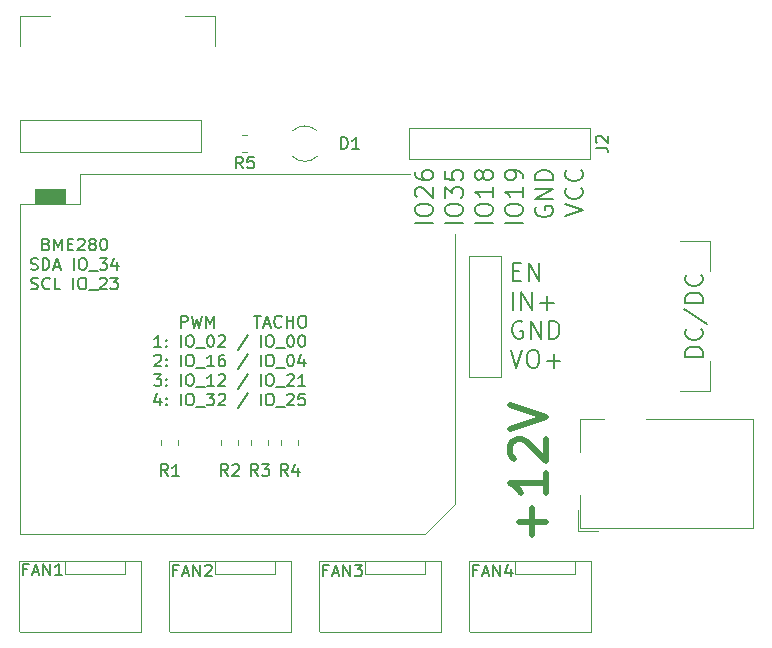
<source format=gbr>
%TF.GenerationSoftware,KiCad,Pcbnew,(5.1.9)-1*%
%TF.CreationDate,2021-03-27T11:47:09+01:00*%
%TF.ProjectId,ESP32_Tasmota_Fan,45535033-325f-4546-9173-6d6f74615f46,rev?*%
%TF.SameCoordinates,Original*%
%TF.FileFunction,Legend,Top*%
%TF.FilePolarity,Positive*%
%FSLAX46Y46*%
G04 Gerber Fmt 4.6, Leading zero omitted, Abs format (unit mm)*
G04 Created by KiCad (PCBNEW (5.1.9)-1) date 2021-03-27 11:47:09*
%MOMM*%
%LPD*%
G01*
G04 APERTURE LIST*
%ADD10C,0.150000*%
%ADD11C,0.200000*%
%ADD12C,0.500000*%
%ADD13C,0.120000*%
%ADD14C,0.100000*%
G04 APERTURE END LIST*
D10*
X97499047Y-114703571D02*
X97641904Y-114751190D01*
X97689523Y-114798809D01*
X97737142Y-114894047D01*
X97737142Y-115036904D01*
X97689523Y-115132142D01*
X97641904Y-115179761D01*
X97546666Y-115227380D01*
X97165714Y-115227380D01*
X97165714Y-114227380D01*
X97499047Y-114227380D01*
X97594285Y-114275000D01*
X97641904Y-114322619D01*
X97689523Y-114417857D01*
X97689523Y-114513095D01*
X97641904Y-114608333D01*
X97594285Y-114655952D01*
X97499047Y-114703571D01*
X97165714Y-114703571D01*
X98165714Y-115227380D02*
X98165714Y-114227380D01*
X98499047Y-114941666D01*
X98832380Y-114227380D01*
X98832380Y-115227380D01*
X99308571Y-114703571D02*
X99641904Y-114703571D01*
X99784761Y-115227380D02*
X99308571Y-115227380D01*
X99308571Y-114227380D01*
X99784761Y-114227380D01*
X100165714Y-114322619D02*
X100213333Y-114275000D01*
X100308571Y-114227380D01*
X100546666Y-114227380D01*
X100641904Y-114275000D01*
X100689523Y-114322619D01*
X100737142Y-114417857D01*
X100737142Y-114513095D01*
X100689523Y-114655952D01*
X100118095Y-115227380D01*
X100737142Y-115227380D01*
X101308571Y-114655952D02*
X101213333Y-114608333D01*
X101165714Y-114560714D01*
X101118095Y-114465476D01*
X101118095Y-114417857D01*
X101165714Y-114322619D01*
X101213333Y-114275000D01*
X101308571Y-114227380D01*
X101499047Y-114227380D01*
X101594285Y-114275000D01*
X101641904Y-114322619D01*
X101689523Y-114417857D01*
X101689523Y-114465476D01*
X101641904Y-114560714D01*
X101594285Y-114608333D01*
X101499047Y-114655952D01*
X101308571Y-114655952D01*
X101213333Y-114703571D01*
X101165714Y-114751190D01*
X101118095Y-114846428D01*
X101118095Y-115036904D01*
X101165714Y-115132142D01*
X101213333Y-115179761D01*
X101308571Y-115227380D01*
X101499047Y-115227380D01*
X101594285Y-115179761D01*
X101641904Y-115132142D01*
X101689523Y-115036904D01*
X101689523Y-114846428D01*
X101641904Y-114751190D01*
X101594285Y-114703571D01*
X101499047Y-114655952D01*
X102308571Y-114227380D02*
X102403809Y-114227380D01*
X102499047Y-114275000D01*
X102546666Y-114322619D01*
X102594285Y-114417857D01*
X102641904Y-114608333D01*
X102641904Y-114846428D01*
X102594285Y-115036904D01*
X102546666Y-115132142D01*
X102499047Y-115179761D01*
X102403809Y-115227380D01*
X102308571Y-115227380D01*
X102213333Y-115179761D01*
X102165714Y-115132142D01*
X102118095Y-115036904D01*
X102070476Y-114846428D01*
X102070476Y-114608333D01*
X102118095Y-114417857D01*
X102165714Y-114322619D01*
X102213333Y-114275000D01*
X102308571Y-114227380D01*
X96189523Y-116829761D02*
X96332380Y-116877380D01*
X96570476Y-116877380D01*
X96665714Y-116829761D01*
X96713333Y-116782142D01*
X96760952Y-116686904D01*
X96760952Y-116591666D01*
X96713333Y-116496428D01*
X96665714Y-116448809D01*
X96570476Y-116401190D01*
X96380000Y-116353571D01*
X96284761Y-116305952D01*
X96237142Y-116258333D01*
X96189523Y-116163095D01*
X96189523Y-116067857D01*
X96237142Y-115972619D01*
X96284761Y-115925000D01*
X96380000Y-115877380D01*
X96618095Y-115877380D01*
X96760952Y-115925000D01*
X97189523Y-116877380D02*
X97189523Y-115877380D01*
X97427619Y-115877380D01*
X97570476Y-115925000D01*
X97665714Y-116020238D01*
X97713333Y-116115476D01*
X97760952Y-116305952D01*
X97760952Y-116448809D01*
X97713333Y-116639285D01*
X97665714Y-116734523D01*
X97570476Y-116829761D01*
X97427619Y-116877380D01*
X97189523Y-116877380D01*
X98141904Y-116591666D02*
X98618095Y-116591666D01*
X98046666Y-116877380D02*
X98380000Y-115877380D01*
X98713333Y-116877380D01*
X99808571Y-116877380D02*
X99808571Y-115877380D01*
X100475238Y-115877380D02*
X100665714Y-115877380D01*
X100760952Y-115925000D01*
X100856190Y-116020238D01*
X100903809Y-116210714D01*
X100903809Y-116544047D01*
X100856190Y-116734523D01*
X100760952Y-116829761D01*
X100665714Y-116877380D01*
X100475238Y-116877380D01*
X100380000Y-116829761D01*
X100284761Y-116734523D01*
X100237142Y-116544047D01*
X100237142Y-116210714D01*
X100284761Y-116020238D01*
X100380000Y-115925000D01*
X100475238Y-115877380D01*
X101094285Y-116972619D02*
X101856190Y-116972619D01*
X101999047Y-115877380D02*
X102618095Y-115877380D01*
X102284761Y-116258333D01*
X102427619Y-116258333D01*
X102522857Y-116305952D01*
X102570476Y-116353571D01*
X102618095Y-116448809D01*
X102618095Y-116686904D01*
X102570476Y-116782142D01*
X102522857Y-116829761D01*
X102427619Y-116877380D01*
X102141904Y-116877380D01*
X102046666Y-116829761D01*
X101999047Y-116782142D01*
X103475238Y-116210714D02*
X103475238Y-116877380D01*
X103237142Y-115829761D02*
X102999047Y-116544047D01*
X103618095Y-116544047D01*
X96213333Y-118479761D02*
X96356190Y-118527380D01*
X96594285Y-118527380D01*
X96689523Y-118479761D01*
X96737142Y-118432142D01*
X96784761Y-118336904D01*
X96784761Y-118241666D01*
X96737142Y-118146428D01*
X96689523Y-118098809D01*
X96594285Y-118051190D01*
X96403809Y-118003571D01*
X96308571Y-117955952D01*
X96260952Y-117908333D01*
X96213333Y-117813095D01*
X96213333Y-117717857D01*
X96260952Y-117622619D01*
X96308571Y-117575000D01*
X96403809Y-117527380D01*
X96641904Y-117527380D01*
X96784761Y-117575000D01*
X97784761Y-118432142D02*
X97737142Y-118479761D01*
X97594285Y-118527380D01*
X97499047Y-118527380D01*
X97356190Y-118479761D01*
X97260952Y-118384523D01*
X97213333Y-118289285D01*
X97165714Y-118098809D01*
X97165714Y-117955952D01*
X97213333Y-117765476D01*
X97260952Y-117670238D01*
X97356190Y-117575000D01*
X97499047Y-117527380D01*
X97594285Y-117527380D01*
X97737142Y-117575000D01*
X97784761Y-117622619D01*
X98689523Y-118527380D02*
X98213333Y-118527380D01*
X98213333Y-117527380D01*
X99784761Y-118527380D02*
X99784761Y-117527380D01*
X100451428Y-117527380D02*
X100641904Y-117527380D01*
X100737142Y-117575000D01*
X100832380Y-117670238D01*
X100880000Y-117860714D01*
X100880000Y-118194047D01*
X100832380Y-118384523D01*
X100737142Y-118479761D01*
X100641904Y-118527380D01*
X100451428Y-118527380D01*
X100356190Y-118479761D01*
X100260952Y-118384523D01*
X100213333Y-118194047D01*
X100213333Y-117860714D01*
X100260952Y-117670238D01*
X100356190Y-117575000D01*
X100451428Y-117527380D01*
X101070476Y-118622619D02*
X101832380Y-118622619D01*
X102022857Y-117622619D02*
X102070476Y-117575000D01*
X102165714Y-117527380D01*
X102403809Y-117527380D01*
X102499047Y-117575000D01*
X102546666Y-117622619D01*
X102594285Y-117717857D01*
X102594285Y-117813095D01*
X102546666Y-117955952D01*
X101975238Y-118527380D01*
X102594285Y-118527380D01*
X102927619Y-117527380D02*
X103546666Y-117527380D01*
X103213333Y-117908333D01*
X103356190Y-117908333D01*
X103451428Y-117955952D01*
X103499047Y-118003571D01*
X103546666Y-118098809D01*
X103546666Y-118336904D01*
X103499047Y-118432142D01*
X103451428Y-118479761D01*
X103356190Y-118527380D01*
X103070476Y-118527380D01*
X102975238Y-118479761D01*
X102927619Y-118432142D01*
X108887142Y-121757380D02*
X108887142Y-120757380D01*
X109268095Y-120757380D01*
X109363333Y-120805000D01*
X109410952Y-120852619D01*
X109458571Y-120947857D01*
X109458571Y-121090714D01*
X109410952Y-121185952D01*
X109363333Y-121233571D01*
X109268095Y-121281190D01*
X108887142Y-121281190D01*
X109791904Y-120757380D02*
X110030000Y-121757380D01*
X110220476Y-121043095D01*
X110410952Y-121757380D01*
X110649047Y-120757380D01*
X111030000Y-121757380D02*
X111030000Y-120757380D01*
X111363333Y-121471666D01*
X111696666Y-120757380D01*
X111696666Y-121757380D01*
X115077619Y-120757380D02*
X115649047Y-120757380D01*
X115363333Y-121757380D02*
X115363333Y-120757380D01*
X115934761Y-121471666D02*
X116410952Y-121471666D01*
X115839523Y-121757380D02*
X116172857Y-120757380D01*
X116506190Y-121757380D01*
X117410952Y-121662142D02*
X117363333Y-121709761D01*
X117220476Y-121757380D01*
X117125238Y-121757380D01*
X116982380Y-121709761D01*
X116887142Y-121614523D01*
X116839523Y-121519285D01*
X116791904Y-121328809D01*
X116791904Y-121185952D01*
X116839523Y-120995476D01*
X116887142Y-120900238D01*
X116982380Y-120805000D01*
X117125238Y-120757380D01*
X117220476Y-120757380D01*
X117363333Y-120805000D01*
X117410952Y-120852619D01*
X117839523Y-121757380D02*
X117839523Y-120757380D01*
X117839523Y-121233571D02*
X118410952Y-121233571D01*
X118410952Y-121757380D02*
X118410952Y-120757380D01*
X119077619Y-120757380D02*
X119268095Y-120757380D01*
X119363333Y-120805000D01*
X119458571Y-120900238D01*
X119506190Y-121090714D01*
X119506190Y-121424047D01*
X119458571Y-121614523D01*
X119363333Y-121709761D01*
X119268095Y-121757380D01*
X119077619Y-121757380D01*
X118982380Y-121709761D01*
X118887142Y-121614523D01*
X118839523Y-121424047D01*
X118839523Y-121090714D01*
X118887142Y-120900238D01*
X118982380Y-120805000D01*
X119077619Y-120757380D01*
X107220476Y-123407380D02*
X106649047Y-123407380D01*
X106934761Y-123407380D02*
X106934761Y-122407380D01*
X106839523Y-122550238D01*
X106744285Y-122645476D01*
X106649047Y-122693095D01*
X107649047Y-123312142D02*
X107696666Y-123359761D01*
X107649047Y-123407380D01*
X107601428Y-123359761D01*
X107649047Y-123312142D01*
X107649047Y-123407380D01*
X107649047Y-122788333D02*
X107696666Y-122835952D01*
X107649047Y-122883571D01*
X107601428Y-122835952D01*
X107649047Y-122788333D01*
X107649047Y-122883571D01*
X108887142Y-123407380D02*
X108887142Y-122407380D01*
X109553809Y-122407380D02*
X109744285Y-122407380D01*
X109839523Y-122455000D01*
X109934761Y-122550238D01*
X109982380Y-122740714D01*
X109982380Y-123074047D01*
X109934761Y-123264523D01*
X109839523Y-123359761D01*
X109744285Y-123407380D01*
X109553809Y-123407380D01*
X109458571Y-123359761D01*
X109363333Y-123264523D01*
X109315714Y-123074047D01*
X109315714Y-122740714D01*
X109363333Y-122550238D01*
X109458571Y-122455000D01*
X109553809Y-122407380D01*
X110172857Y-123502619D02*
X110934761Y-123502619D01*
X111363333Y-122407380D02*
X111458571Y-122407380D01*
X111553809Y-122455000D01*
X111601428Y-122502619D01*
X111649047Y-122597857D01*
X111696666Y-122788333D01*
X111696666Y-123026428D01*
X111649047Y-123216904D01*
X111601428Y-123312142D01*
X111553809Y-123359761D01*
X111458571Y-123407380D01*
X111363333Y-123407380D01*
X111268095Y-123359761D01*
X111220476Y-123312142D01*
X111172857Y-123216904D01*
X111125238Y-123026428D01*
X111125238Y-122788333D01*
X111172857Y-122597857D01*
X111220476Y-122502619D01*
X111268095Y-122455000D01*
X111363333Y-122407380D01*
X112077619Y-122502619D02*
X112125238Y-122455000D01*
X112220476Y-122407380D01*
X112458571Y-122407380D01*
X112553809Y-122455000D01*
X112601428Y-122502619D01*
X112649047Y-122597857D01*
X112649047Y-122693095D01*
X112601428Y-122835952D01*
X112030000Y-123407380D01*
X112649047Y-123407380D01*
X114553809Y-122359761D02*
X113696666Y-123645476D01*
X115649047Y-123407380D02*
X115649047Y-122407380D01*
X116315714Y-122407380D02*
X116506190Y-122407380D01*
X116601428Y-122455000D01*
X116696666Y-122550238D01*
X116744285Y-122740714D01*
X116744285Y-123074047D01*
X116696666Y-123264523D01*
X116601428Y-123359761D01*
X116506190Y-123407380D01*
X116315714Y-123407380D01*
X116220476Y-123359761D01*
X116125238Y-123264523D01*
X116077619Y-123074047D01*
X116077619Y-122740714D01*
X116125238Y-122550238D01*
X116220476Y-122455000D01*
X116315714Y-122407380D01*
X116934761Y-123502619D02*
X117696666Y-123502619D01*
X118125238Y-122407380D02*
X118220476Y-122407380D01*
X118315714Y-122455000D01*
X118363333Y-122502619D01*
X118410952Y-122597857D01*
X118458571Y-122788333D01*
X118458571Y-123026428D01*
X118410952Y-123216904D01*
X118363333Y-123312142D01*
X118315714Y-123359761D01*
X118220476Y-123407380D01*
X118125238Y-123407380D01*
X118030000Y-123359761D01*
X117982380Y-123312142D01*
X117934761Y-123216904D01*
X117887142Y-123026428D01*
X117887142Y-122788333D01*
X117934761Y-122597857D01*
X117982380Y-122502619D01*
X118030000Y-122455000D01*
X118125238Y-122407380D01*
X119077619Y-122407380D02*
X119172857Y-122407380D01*
X119268095Y-122455000D01*
X119315714Y-122502619D01*
X119363333Y-122597857D01*
X119410952Y-122788333D01*
X119410952Y-123026428D01*
X119363333Y-123216904D01*
X119315714Y-123312142D01*
X119268095Y-123359761D01*
X119172857Y-123407380D01*
X119077619Y-123407380D01*
X118982380Y-123359761D01*
X118934761Y-123312142D01*
X118887142Y-123216904D01*
X118839523Y-123026428D01*
X118839523Y-122788333D01*
X118887142Y-122597857D01*
X118934761Y-122502619D01*
X118982380Y-122455000D01*
X119077619Y-122407380D01*
X106649047Y-124152619D02*
X106696666Y-124105000D01*
X106791904Y-124057380D01*
X107030000Y-124057380D01*
X107125238Y-124105000D01*
X107172857Y-124152619D01*
X107220476Y-124247857D01*
X107220476Y-124343095D01*
X107172857Y-124485952D01*
X106601428Y-125057380D01*
X107220476Y-125057380D01*
X107649047Y-124962142D02*
X107696666Y-125009761D01*
X107649047Y-125057380D01*
X107601428Y-125009761D01*
X107649047Y-124962142D01*
X107649047Y-125057380D01*
X107649047Y-124438333D02*
X107696666Y-124485952D01*
X107649047Y-124533571D01*
X107601428Y-124485952D01*
X107649047Y-124438333D01*
X107649047Y-124533571D01*
X108887142Y-125057380D02*
X108887142Y-124057380D01*
X109553809Y-124057380D02*
X109744285Y-124057380D01*
X109839523Y-124105000D01*
X109934761Y-124200238D01*
X109982380Y-124390714D01*
X109982380Y-124724047D01*
X109934761Y-124914523D01*
X109839523Y-125009761D01*
X109744285Y-125057380D01*
X109553809Y-125057380D01*
X109458571Y-125009761D01*
X109363333Y-124914523D01*
X109315714Y-124724047D01*
X109315714Y-124390714D01*
X109363333Y-124200238D01*
X109458571Y-124105000D01*
X109553809Y-124057380D01*
X110172857Y-125152619D02*
X110934761Y-125152619D01*
X111696666Y-125057380D02*
X111125238Y-125057380D01*
X111410952Y-125057380D02*
X111410952Y-124057380D01*
X111315714Y-124200238D01*
X111220476Y-124295476D01*
X111125238Y-124343095D01*
X112553809Y-124057380D02*
X112363333Y-124057380D01*
X112268095Y-124105000D01*
X112220476Y-124152619D01*
X112125238Y-124295476D01*
X112077619Y-124485952D01*
X112077619Y-124866904D01*
X112125238Y-124962142D01*
X112172857Y-125009761D01*
X112268095Y-125057380D01*
X112458571Y-125057380D01*
X112553809Y-125009761D01*
X112601428Y-124962142D01*
X112649047Y-124866904D01*
X112649047Y-124628809D01*
X112601428Y-124533571D01*
X112553809Y-124485952D01*
X112458571Y-124438333D01*
X112268095Y-124438333D01*
X112172857Y-124485952D01*
X112125238Y-124533571D01*
X112077619Y-124628809D01*
X114553809Y-124009761D02*
X113696666Y-125295476D01*
X115649047Y-125057380D02*
X115649047Y-124057380D01*
X116315714Y-124057380D02*
X116506190Y-124057380D01*
X116601428Y-124105000D01*
X116696666Y-124200238D01*
X116744285Y-124390714D01*
X116744285Y-124724047D01*
X116696666Y-124914523D01*
X116601428Y-125009761D01*
X116506190Y-125057380D01*
X116315714Y-125057380D01*
X116220476Y-125009761D01*
X116125238Y-124914523D01*
X116077619Y-124724047D01*
X116077619Y-124390714D01*
X116125238Y-124200238D01*
X116220476Y-124105000D01*
X116315714Y-124057380D01*
X116934761Y-125152619D02*
X117696666Y-125152619D01*
X118125238Y-124057380D02*
X118220476Y-124057380D01*
X118315714Y-124105000D01*
X118363333Y-124152619D01*
X118410952Y-124247857D01*
X118458571Y-124438333D01*
X118458571Y-124676428D01*
X118410952Y-124866904D01*
X118363333Y-124962142D01*
X118315714Y-125009761D01*
X118220476Y-125057380D01*
X118125238Y-125057380D01*
X118030000Y-125009761D01*
X117982380Y-124962142D01*
X117934761Y-124866904D01*
X117887142Y-124676428D01*
X117887142Y-124438333D01*
X117934761Y-124247857D01*
X117982380Y-124152619D01*
X118030000Y-124105000D01*
X118125238Y-124057380D01*
X119315714Y-124390714D02*
X119315714Y-125057380D01*
X119077619Y-124009761D02*
X118839523Y-124724047D01*
X119458571Y-124724047D01*
X106601428Y-125707380D02*
X107220476Y-125707380D01*
X106887142Y-126088333D01*
X107030000Y-126088333D01*
X107125238Y-126135952D01*
X107172857Y-126183571D01*
X107220476Y-126278809D01*
X107220476Y-126516904D01*
X107172857Y-126612142D01*
X107125238Y-126659761D01*
X107030000Y-126707380D01*
X106744285Y-126707380D01*
X106649047Y-126659761D01*
X106601428Y-126612142D01*
X107649047Y-126612142D02*
X107696666Y-126659761D01*
X107649047Y-126707380D01*
X107601428Y-126659761D01*
X107649047Y-126612142D01*
X107649047Y-126707380D01*
X107649047Y-126088333D02*
X107696666Y-126135952D01*
X107649047Y-126183571D01*
X107601428Y-126135952D01*
X107649047Y-126088333D01*
X107649047Y-126183571D01*
X108887142Y-126707380D02*
X108887142Y-125707380D01*
X109553809Y-125707380D02*
X109744285Y-125707380D01*
X109839523Y-125755000D01*
X109934761Y-125850238D01*
X109982380Y-126040714D01*
X109982380Y-126374047D01*
X109934761Y-126564523D01*
X109839523Y-126659761D01*
X109744285Y-126707380D01*
X109553809Y-126707380D01*
X109458571Y-126659761D01*
X109363333Y-126564523D01*
X109315714Y-126374047D01*
X109315714Y-126040714D01*
X109363333Y-125850238D01*
X109458571Y-125755000D01*
X109553809Y-125707380D01*
X110172857Y-126802619D02*
X110934761Y-126802619D01*
X111696666Y-126707380D02*
X111125238Y-126707380D01*
X111410952Y-126707380D02*
X111410952Y-125707380D01*
X111315714Y-125850238D01*
X111220476Y-125945476D01*
X111125238Y-125993095D01*
X112077619Y-125802619D02*
X112125238Y-125755000D01*
X112220476Y-125707380D01*
X112458571Y-125707380D01*
X112553809Y-125755000D01*
X112601428Y-125802619D01*
X112649047Y-125897857D01*
X112649047Y-125993095D01*
X112601428Y-126135952D01*
X112030000Y-126707380D01*
X112649047Y-126707380D01*
X114553809Y-125659761D02*
X113696666Y-126945476D01*
X115649047Y-126707380D02*
X115649047Y-125707380D01*
X116315714Y-125707380D02*
X116506190Y-125707380D01*
X116601428Y-125755000D01*
X116696666Y-125850238D01*
X116744285Y-126040714D01*
X116744285Y-126374047D01*
X116696666Y-126564523D01*
X116601428Y-126659761D01*
X116506190Y-126707380D01*
X116315714Y-126707380D01*
X116220476Y-126659761D01*
X116125238Y-126564523D01*
X116077619Y-126374047D01*
X116077619Y-126040714D01*
X116125238Y-125850238D01*
X116220476Y-125755000D01*
X116315714Y-125707380D01*
X116934761Y-126802619D02*
X117696666Y-126802619D01*
X117887142Y-125802619D02*
X117934761Y-125755000D01*
X118030000Y-125707380D01*
X118268095Y-125707380D01*
X118363333Y-125755000D01*
X118410952Y-125802619D01*
X118458571Y-125897857D01*
X118458571Y-125993095D01*
X118410952Y-126135952D01*
X117839523Y-126707380D01*
X118458571Y-126707380D01*
X119410952Y-126707380D02*
X118839523Y-126707380D01*
X119125238Y-126707380D02*
X119125238Y-125707380D01*
X119030000Y-125850238D01*
X118934761Y-125945476D01*
X118839523Y-125993095D01*
X107125238Y-127690714D02*
X107125238Y-128357380D01*
X106887142Y-127309761D02*
X106649047Y-128024047D01*
X107268095Y-128024047D01*
X107649047Y-128262142D02*
X107696666Y-128309761D01*
X107649047Y-128357380D01*
X107601428Y-128309761D01*
X107649047Y-128262142D01*
X107649047Y-128357380D01*
X107649047Y-127738333D02*
X107696666Y-127785952D01*
X107649047Y-127833571D01*
X107601428Y-127785952D01*
X107649047Y-127738333D01*
X107649047Y-127833571D01*
X108887142Y-128357380D02*
X108887142Y-127357380D01*
X109553809Y-127357380D02*
X109744285Y-127357380D01*
X109839523Y-127405000D01*
X109934761Y-127500238D01*
X109982380Y-127690714D01*
X109982380Y-128024047D01*
X109934761Y-128214523D01*
X109839523Y-128309761D01*
X109744285Y-128357380D01*
X109553809Y-128357380D01*
X109458571Y-128309761D01*
X109363333Y-128214523D01*
X109315714Y-128024047D01*
X109315714Y-127690714D01*
X109363333Y-127500238D01*
X109458571Y-127405000D01*
X109553809Y-127357380D01*
X110172857Y-128452619D02*
X110934761Y-128452619D01*
X111077619Y-127357380D02*
X111696666Y-127357380D01*
X111363333Y-127738333D01*
X111506190Y-127738333D01*
X111601428Y-127785952D01*
X111649047Y-127833571D01*
X111696666Y-127928809D01*
X111696666Y-128166904D01*
X111649047Y-128262142D01*
X111601428Y-128309761D01*
X111506190Y-128357380D01*
X111220476Y-128357380D01*
X111125238Y-128309761D01*
X111077619Y-128262142D01*
X112077619Y-127452619D02*
X112125238Y-127405000D01*
X112220476Y-127357380D01*
X112458571Y-127357380D01*
X112553809Y-127405000D01*
X112601428Y-127452619D01*
X112649047Y-127547857D01*
X112649047Y-127643095D01*
X112601428Y-127785952D01*
X112030000Y-128357380D01*
X112649047Y-128357380D01*
X114553809Y-127309761D02*
X113696666Y-128595476D01*
X115649047Y-128357380D02*
X115649047Y-127357380D01*
X116315714Y-127357380D02*
X116506190Y-127357380D01*
X116601428Y-127405000D01*
X116696666Y-127500238D01*
X116744285Y-127690714D01*
X116744285Y-128024047D01*
X116696666Y-128214523D01*
X116601428Y-128309761D01*
X116506190Y-128357380D01*
X116315714Y-128357380D01*
X116220476Y-128309761D01*
X116125238Y-128214523D01*
X116077619Y-128024047D01*
X116077619Y-127690714D01*
X116125238Y-127500238D01*
X116220476Y-127405000D01*
X116315714Y-127357380D01*
X116934761Y-128452619D02*
X117696666Y-128452619D01*
X117887142Y-127452619D02*
X117934761Y-127405000D01*
X118030000Y-127357380D01*
X118268095Y-127357380D01*
X118363333Y-127405000D01*
X118410952Y-127452619D01*
X118458571Y-127547857D01*
X118458571Y-127643095D01*
X118410952Y-127785952D01*
X117839523Y-128357380D01*
X118458571Y-128357380D01*
X119363333Y-127357380D02*
X118887142Y-127357380D01*
X118839523Y-127833571D01*
X118887142Y-127785952D01*
X118982380Y-127738333D01*
X119220476Y-127738333D01*
X119315714Y-127785952D01*
X119363333Y-127833571D01*
X119410952Y-127928809D01*
X119410952Y-128166904D01*
X119363333Y-128262142D01*
X119315714Y-128309761D01*
X119220476Y-128357380D01*
X118982380Y-128357380D01*
X118887142Y-128309761D01*
X118839523Y-128262142D01*
D11*
X137012142Y-117012857D02*
X137512142Y-117012857D01*
X137726428Y-117798571D02*
X137012142Y-117798571D01*
X137012142Y-116298571D01*
X137726428Y-116298571D01*
X138369285Y-117798571D02*
X138369285Y-116298571D01*
X139226428Y-117798571D01*
X139226428Y-116298571D01*
X137012142Y-120248571D02*
X137012142Y-118748571D01*
X137726428Y-120248571D02*
X137726428Y-118748571D01*
X138583571Y-120248571D01*
X138583571Y-118748571D01*
X139297857Y-119677142D02*
X140440714Y-119677142D01*
X139869285Y-120248571D02*
X139869285Y-119105714D01*
X137797857Y-121270000D02*
X137655000Y-121198571D01*
X137440714Y-121198571D01*
X137226428Y-121270000D01*
X137083571Y-121412857D01*
X137012142Y-121555714D01*
X136940714Y-121841428D01*
X136940714Y-122055714D01*
X137012142Y-122341428D01*
X137083571Y-122484285D01*
X137226428Y-122627142D01*
X137440714Y-122698571D01*
X137583571Y-122698571D01*
X137797857Y-122627142D01*
X137869285Y-122555714D01*
X137869285Y-122055714D01*
X137583571Y-122055714D01*
X138512142Y-122698571D02*
X138512142Y-121198571D01*
X139369285Y-122698571D01*
X139369285Y-121198571D01*
X140083571Y-122698571D02*
X140083571Y-121198571D01*
X140440714Y-121198571D01*
X140655000Y-121270000D01*
X140797857Y-121412857D01*
X140869285Y-121555714D01*
X140940714Y-121841428D01*
X140940714Y-122055714D01*
X140869285Y-122341428D01*
X140797857Y-122484285D01*
X140655000Y-122627142D01*
X140440714Y-122698571D01*
X140083571Y-122698571D01*
X136797857Y-123648571D02*
X137297857Y-125148571D01*
X137797857Y-123648571D01*
X138583571Y-123648571D02*
X138869285Y-123648571D01*
X139012142Y-123720000D01*
X139155000Y-123862857D01*
X139226428Y-124148571D01*
X139226428Y-124648571D01*
X139155000Y-124934285D01*
X139012142Y-125077142D01*
X138869285Y-125148571D01*
X138583571Y-125148571D01*
X138440714Y-125077142D01*
X138297857Y-124934285D01*
X138226428Y-124648571D01*
X138226428Y-124148571D01*
X138297857Y-123862857D01*
X138440714Y-123720000D01*
X138583571Y-123648571D01*
X139869285Y-124577142D02*
X141012142Y-124577142D01*
X140440714Y-125148571D02*
X140440714Y-124005714D01*
X137838571Y-112925714D02*
X136338571Y-112925714D01*
X136338571Y-111925714D02*
X136338571Y-111640000D01*
X136410000Y-111497142D01*
X136552857Y-111354285D01*
X136838571Y-111282857D01*
X137338571Y-111282857D01*
X137624285Y-111354285D01*
X137767142Y-111497142D01*
X137838571Y-111640000D01*
X137838571Y-111925714D01*
X137767142Y-112068571D01*
X137624285Y-112211428D01*
X137338571Y-112282857D01*
X136838571Y-112282857D01*
X136552857Y-112211428D01*
X136410000Y-112068571D01*
X136338571Y-111925714D01*
X137838571Y-109854285D02*
X137838571Y-110711428D01*
X137838571Y-110282857D02*
X136338571Y-110282857D01*
X136552857Y-110425714D01*
X136695714Y-110568571D01*
X136767142Y-110711428D01*
X137838571Y-109140000D02*
X137838571Y-108854285D01*
X137767142Y-108711428D01*
X137695714Y-108640000D01*
X137481428Y-108497142D01*
X137195714Y-108425714D01*
X136624285Y-108425714D01*
X136481428Y-108497142D01*
X136410000Y-108568571D01*
X136338571Y-108711428D01*
X136338571Y-108997142D01*
X136410000Y-109140000D01*
X136481428Y-109211428D01*
X136624285Y-109282857D01*
X136981428Y-109282857D01*
X137124285Y-109211428D01*
X137195714Y-109140000D01*
X137267142Y-108997142D01*
X137267142Y-108711428D01*
X137195714Y-108568571D01*
X137124285Y-108497142D01*
X136981428Y-108425714D01*
X132758571Y-112925714D02*
X131258571Y-112925714D01*
X131258571Y-111925714D02*
X131258571Y-111640000D01*
X131330000Y-111497142D01*
X131472857Y-111354285D01*
X131758571Y-111282857D01*
X132258571Y-111282857D01*
X132544285Y-111354285D01*
X132687142Y-111497142D01*
X132758571Y-111640000D01*
X132758571Y-111925714D01*
X132687142Y-112068571D01*
X132544285Y-112211428D01*
X132258571Y-112282857D01*
X131758571Y-112282857D01*
X131472857Y-112211428D01*
X131330000Y-112068571D01*
X131258571Y-111925714D01*
X131258571Y-110782857D02*
X131258571Y-109854285D01*
X131830000Y-110354285D01*
X131830000Y-110140000D01*
X131901428Y-109997142D01*
X131972857Y-109925714D01*
X132115714Y-109854285D01*
X132472857Y-109854285D01*
X132615714Y-109925714D01*
X132687142Y-109997142D01*
X132758571Y-110140000D01*
X132758571Y-110568571D01*
X132687142Y-110711428D01*
X132615714Y-110782857D01*
X131258571Y-108497142D02*
X131258571Y-109211428D01*
X131972857Y-109282857D01*
X131901428Y-109211428D01*
X131830000Y-109068571D01*
X131830000Y-108711428D01*
X131901428Y-108568571D01*
X131972857Y-108497142D01*
X132115714Y-108425714D01*
X132472857Y-108425714D01*
X132615714Y-108497142D01*
X132687142Y-108568571D01*
X132758571Y-108711428D01*
X132758571Y-109068571D01*
X132687142Y-109211428D01*
X132615714Y-109282857D01*
X141418571Y-112282857D02*
X142918571Y-111782857D01*
X141418571Y-111282857D01*
X142775714Y-109925714D02*
X142847142Y-109997142D01*
X142918571Y-110211428D01*
X142918571Y-110354285D01*
X142847142Y-110568571D01*
X142704285Y-110711428D01*
X142561428Y-110782857D01*
X142275714Y-110854285D01*
X142061428Y-110854285D01*
X141775714Y-110782857D01*
X141632857Y-110711428D01*
X141490000Y-110568571D01*
X141418571Y-110354285D01*
X141418571Y-110211428D01*
X141490000Y-109997142D01*
X141561428Y-109925714D01*
X142775714Y-108425714D02*
X142847142Y-108497142D01*
X142918571Y-108711428D01*
X142918571Y-108854285D01*
X142847142Y-109068571D01*
X142704285Y-109211428D01*
X142561428Y-109282857D01*
X142275714Y-109354285D01*
X142061428Y-109354285D01*
X141775714Y-109282857D01*
X141632857Y-109211428D01*
X141490000Y-109068571D01*
X141418571Y-108854285D01*
X141418571Y-108711428D01*
X141490000Y-108497142D01*
X141561428Y-108425714D01*
X138950000Y-111568571D02*
X138878571Y-111711428D01*
X138878571Y-111925714D01*
X138950000Y-112140000D01*
X139092857Y-112282857D01*
X139235714Y-112354285D01*
X139521428Y-112425714D01*
X139735714Y-112425714D01*
X140021428Y-112354285D01*
X140164285Y-112282857D01*
X140307142Y-112140000D01*
X140378571Y-111925714D01*
X140378571Y-111782857D01*
X140307142Y-111568571D01*
X140235714Y-111497142D01*
X139735714Y-111497142D01*
X139735714Y-111782857D01*
X140378571Y-110854285D02*
X138878571Y-110854285D01*
X140378571Y-109997142D01*
X138878571Y-109997142D01*
X140378571Y-109282857D02*
X138878571Y-109282857D01*
X138878571Y-108925714D01*
X138950000Y-108711428D01*
X139092857Y-108568571D01*
X139235714Y-108497142D01*
X139521428Y-108425714D01*
X139735714Y-108425714D01*
X140021428Y-108497142D01*
X140164285Y-108568571D01*
X140307142Y-108711428D01*
X140378571Y-108925714D01*
X140378571Y-109282857D01*
X135298571Y-112925714D02*
X133798571Y-112925714D01*
X133798571Y-111925714D02*
X133798571Y-111640000D01*
X133870000Y-111497142D01*
X134012857Y-111354285D01*
X134298571Y-111282857D01*
X134798571Y-111282857D01*
X135084285Y-111354285D01*
X135227142Y-111497142D01*
X135298571Y-111640000D01*
X135298571Y-111925714D01*
X135227142Y-112068571D01*
X135084285Y-112211428D01*
X134798571Y-112282857D01*
X134298571Y-112282857D01*
X134012857Y-112211428D01*
X133870000Y-112068571D01*
X133798571Y-111925714D01*
X135298571Y-109854285D02*
X135298571Y-110711428D01*
X135298571Y-110282857D02*
X133798571Y-110282857D01*
X134012857Y-110425714D01*
X134155714Y-110568571D01*
X134227142Y-110711428D01*
X134441428Y-108997142D02*
X134370000Y-109140000D01*
X134298571Y-109211428D01*
X134155714Y-109282857D01*
X134084285Y-109282857D01*
X133941428Y-109211428D01*
X133870000Y-109140000D01*
X133798571Y-108997142D01*
X133798571Y-108711428D01*
X133870000Y-108568571D01*
X133941428Y-108497142D01*
X134084285Y-108425714D01*
X134155714Y-108425714D01*
X134298571Y-108497142D01*
X134370000Y-108568571D01*
X134441428Y-108711428D01*
X134441428Y-108997142D01*
X134512857Y-109140000D01*
X134584285Y-109211428D01*
X134727142Y-109282857D01*
X135012857Y-109282857D01*
X135155714Y-109211428D01*
X135227142Y-109140000D01*
X135298571Y-108997142D01*
X135298571Y-108711428D01*
X135227142Y-108568571D01*
X135155714Y-108497142D01*
X135012857Y-108425714D01*
X134727142Y-108425714D01*
X134584285Y-108497142D01*
X134512857Y-108568571D01*
X134441428Y-108711428D01*
X130218571Y-112925714D02*
X128718571Y-112925714D01*
X128718571Y-111925714D02*
X128718571Y-111640000D01*
X128790000Y-111497142D01*
X128932857Y-111354285D01*
X129218571Y-111282857D01*
X129718571Y-111282857D01*
X130004285Y-111354285D01*
X130147142Y-111497142D01*
X130218571Y-111640000D01*
X130218571Y-111925714D01*
X130147142Y-112068571D01*
X130004285Y-112211428D01*
X129718571Y-112282857D01*
X129218571Y-112282857D01*
X128932857Y-112211428D01*
X128790000Y-112068571D01*
X128718571Y-111925714D01*
X128861428Y-110711428D02*
X128790000Y-110640000D01*
X128718571Y-110497142D01*
X128718571Y-110140000D01*
X128790000Y-109997142D01*
X128861428Y-109925714D01*
X129004285Y-109854285D01*
X129147142Y-109854285D01*
X129361428Y-109925714D01*
X130218571Y-110782857D01*
X130218571Y-109854285D01*
X128718571Y-108568571D02*
X128718571Y-108854285D01*
X128790000Y-108997142D01*
X128861428Y-109068571D01*
X129075714Y-109211428D01*
X129361428Y-109282857D01*
X129932857Y-109282857D01*
X130075714Y-109211428D01*
X130147142Y-109140000D01*
X130218571Y-108997142D01*
X130218571Y-108711428D01*
X130147142Y-108568571D01*
X130075714Y-108497142D01*
X129932857Y-108425714D01*
X129575714Y-108425714D01*
X129432857Y-108497142D01*
X129361428Y-108568571D01*
X129290000Y-108711428D01*
X129290000Y-108997142D01*
X129361428Y-109140000D01*
X129432857Y-109211428D01*
X129575714Y-109282857D01*
X153078571Y-124223571D02*
X151578571Y-124223571D01*
X151578571Y-123866428D01*
X151650000Y-123652142D01*
X151792857Y-123509285D01*
X151935714Y-123437857D01*
X152221428Y-123366428D01*
X152435714Y-123366428D01*
X152721428Y-123437857D01*
X152864285Y-123509285D01*
X153007142Y-123652142D01*
X153078571Y-123866428D01*
X153078571Y-124223571D01*
X152935714Y-121866428D02*
X153007142Y-121937857D01*
X153078571Y-122152142D01*
X153078571Y-122295000D01*
X153007142Y-122509285D01*
X152864285Y-122652142D01*
X152721428Y-122723571D01*
X152435714Y-122795000D01*
X152221428Y-122795000D01*
X151935714Y-122723571D01*
X151792857Y-122652142D01*
X151650000Y-122509285D01*
X151578571Y-122295000D01*
X151578571Y-122152142D01*
X151650000Y-121937857D01*
X151721428Y-121866428D01*
X151507142Y-120152142D02*
X153435714Y-121437857D01*
X153078571Y-119652142D02*
X151578571Y-119652142D01*
X151578571Y-119295000D01*
X151650000Y-119080714D01*
X151792857Y-118937857D01*
X151935714Y-118866428D01*
X152221428Y-118795000D01*
X152435714Y-118795000D01*
X152721428Y-118866428D01*
X152864285Y-118937857D01*
X153007142Y-119080714D01*
X153078571Y-119295000D01*
X153078571Y-119652142D01*
X152935714Y-117295000D02*
X153007142Y-117366428D01*
X153078571Y-117580714D01*
X153078571Y-117723571D01*
X153007142Y-117937857D01*
X152864285Y-118080714D01*
X152721428Y-118152142D01*
X152435714Y-118223571D01*
X152221428Y-118223571D01*
X151935714Y-118152142D01*
X151792857Y-118080714D01*
X151650000Y-117937857D01*
X151578571Y-117723571D01*
X151578571Y-117580714D01*
X151650000Y-117366428D01*
X151721428Y-117295000D01*
D12*
X138644285Y-139330714D02*
X138644285Y-137045000D01*
X139787142Y-138187857D02*
X137501428Y-138187857D01*
X139787142Y-134045000D02*
X139787142Y-135759285D01*
X139787142Y-134902142D02*
X136787142Y-134902142D01*
X137215714Y-135187857D01*
X137501428Y-135473571D01*
X137644285Y-135759285D01*
X137072857Y-132902142D02*
X136930000Y-132759285D01*
X136787142Y-132473571D01*
X136787142Y-131759285D01*
X136930000Y-131473571D01*
X137072857Y-131330714D01*
X137358571Y-131187857D01*
X137644285Y-131187857D01*
X138072857Y-131330714D01*
X139787142Y-133045000D01*
X139787142Y-131187857D01*
X136787142Y-130330714D02*
X139787142Y-129330714D01*
X136787142Y-128330714D01*
D13*
%TO.C,J1*%
X152400000Y-114445000D02*
X151130000Y-114445000D01*
X153670000Y-115715000D02*
X153670000Y-116985000D01*
X153670000Y-127145000D02*
X151130000Y-127145000D01*
X153670000Y-124605000D02*
X153670000Y-127145000D01*
X153670000Y-114445000D02*
X153670000Y-115715000D01*
X152400000Y-114445000D02*
X153670000Y-114445000D01*
X133290000Y-115715000D02*
X135950000Y-115715000D01*
X135950000Y-115715000D02*
X135950000Y-125935000D01*
X133290000Y-115715000D02*
X133290000Y-125935000D01*
X133290000Y-125935000D02*
X135950000Y-125935000D01*
%TO.C,J2*%
X128210000Y-104860000D02*
X128210000Y-107520000D01*
X143510000Y-104860000D02*
X128210000Y-104860000D01*
X143510000Y-107520000D02*
X128210000Y-107520000D01*
X143510000Y-104860000D02*
X143510000Y-107520000D01*
%TO.C,J8*%
X111760000Y-95395000D02*
X111760000Y-97935000D01*
X111760000Y-95395000D02*
X109220000Y-95395000D01*
X95250000Y-95395000D02*
X97790000Y-95395000D01*
X95250000Y-97935000D02*
X95250000Y-95395000D01*
X95250000Y-106885000D02*
X95250000Y-104225000D01*
X95250000Y-104225000D02*
X110550000Y-104225000D01*
X95250000Y-106885000D02*
X110550000Y-106885000D01*
X110550000Y-106885000D02*
X110550000Y-104225000D01*
%TO.C,D1*%
X118338870Y-105110163D02*
G75*
G02*
X120420961Y-105110000I1041130J-1079837D01*
G01*
X118338870Y-107269837D02*
G75*
G03*
X120420961Y-107270000I1041130J1079837D01*
G01*
%TO.C,U1*%
X95250000Y-113810000D02*
X95250000Y-136670000D01*
X132080000Y-113810000D02*
X132080000Y-136670000D01*
X100330000Y-111270000D02*
X95250000Y-111270000D01*
X132080000Y-136670000D02*
X129540000Y-139210000D01*
X129540000Y-139210000D02*
X95250000Y-139210000D01*
X128270000Y-108730000D02*
X100330000Y-108730000D01*
X100330000Y-108730000D02*
X100330000Y-111270000D01*
D14*
G36*
X96520000Y-110000000D02*
G01*
X99060000Y-110000000D01*
X99060000Y-111270000D01*
X96520000Y-111270000D01*
X96520000Y-110000000D01*
G37*
X96520000Y-110000000D02*
X99060000Y-110000000D01*
X99060000Y-111270000D01*
X96520000Y-111270000D01*
X96520000Y-110000000D01*
D13*
X95250000Y-111270000D02*
X95250000Y-113810000D01*
X95250000Y-136670000D02*
X95250000Y-139210000D01*
%TO.C,R1*%
X107215000Y-131277936D02*
X107215000Y-131732064D01*
X108685000Y-131277936D02*
X108685000Y-131732064D01*
%TO.C,J6*%
X142470000Y-138970000D02*
X142470000Y-137230000D01*
X144210000Y-138970000D02*
X142470000Y-138970000D01*
X142710000Y-129530000D02*
X144710000Y-129530000D01*
X142710000Y-132330000D02*
X142710000Y-129530000D01*
X142710000Y-138730000D02*
X142710000Y-135930000D01*
X157310000Y-138730000D02*
X142710000Y-138730000D01*
X157310000Y-129530000D02*
X157310000Y-138730000D01*
X148310000Y-129530000D02*
X157310000Y-129530000D01*
%TO.C,R5*%
X114072936Y-105455000D02*
X114527064Y-105455000D01*
X114072936Y-106925000D02*
X114527064Y-106925000D01*
%TO.C,FAN4*%
X137160000Y-142635000D02*
X137160000Y-141625000D01*
X142240000Y-142635000D02*
X137160000Y-142635000D01*
X142240000Y-141625000D02*
X142240000Y-142635000D01*
X143590000Y-141525000D02*
X143590000Y-147525000D01*
X133290000Y-141525000D02*
X143590000Y-141525000D01*
X133290000Y-147475000D02*
X133290000Y-141525000D01*
X143590000Y-147525000D02*
X133350000Y-147525000D01*
%TO.C,FAN3*%
X124460000Y-142635000D02*
X124460000Y-141625000D01*
X129540000Y-142635000D02*
X124460000Y-142635000D01*
X129540000Y-141625000D02*
X129540000Y-142635000D01*
X130890000Y-141525000D02*
X130890000Y-147525000D01*
X120590000Y-141525000D02*
X130890000Y-141525000D01*
X120590000Y-147475000D02*
X120590000Y-141525000D01*
X130890000Y-147525000D02*
X120650000Y-147525000D01*
%TO.C,FAN2*%
X111760000Y-142635000D02*
X111760000Y-141625000D01*
X116840000Y-142635000D02*
X111760000Y-142635000D01*
X116840000Y-141625000D02*
X116840000Y-142635000D01*
X118190000Y-141525000D02*
X118190000Y-147525000D01*
X107890000Y-141525000D02*
X118190000Y-141525000D01*
X107890000Y-147475000D02*
X107890000Y-141525000D01*
X118190000Y-147525000D02*
X107950000Y-147525000D01*
%TO.C,FAN1*%
X99060000Y-142635000D02*
X99060000Y-141625000D01*
X104140000Y-142635000D02*
X99060000Y-142635000D01*
X104140000Y-141625000D02*
X104140000Y-142635000D01*
X105490000Y-141525000D02*
X105490000Y-147525000D01*
X95190000Y-141525000D02*
X105490000Y-141525000D01*
X95190000Y-147475000D02*
X95190000Y-141525000D01*
X105490000Y-147525000D02*
X95250000Y-147525000D01*
%TO.C,R2*%
X112295000Y-131277936D02*
X112295000Y-131732064D01*
X113765000Y-131277936D02*
X113765000Y-131732064D01*
%TO.C,R4*%
X117375000Y-131277936D02*
X117375000Y-131732064D01*
X118845000Y-131277936D02*
X118845000Y-131732064D01*
%TO.C,R3*%
X114835000Y-131277936D02*
X114835000Y-131732064D01*
X116305000Y-131277936D02*
X116305000Y-131732064D01*
%TO.C,J2*%
D10*
X144022380Y-106523333D02*
X144736666Y-106523333D01*
X144879523Y-106570952D01*
X144974761Y-106666190D01*
X145022380Y-106809047D01*
X145022380Y-106904285D01*
X144117619Y-106094761D02*
X144070000Y-106047142D01*
X144022380Y-105951904D01*
X144022380Y-105713809D01*
X144070000Y-105618571D01*
X144117619Y-105570952D01*
X144212857Y-105523333D01*
X144308095Y-105523333D01*
X144450952Y-105570952D01*
X145022380Y-106142380D01*
X145022380Y-105523333D01*
%TO.C,D1*%
X122451904Y-106642380D02*
X122451904Y-105642380D01*
X122690000Y-105642380D01*
X122832857Y-105690000D01*
X122928095Y-105785238D01*
X122975714Y-105880476D01*
X123023333Y-106070952D01*
X123023333Y-106213809D01*
X122975714Y-106404285D01*
X122928095Y-106499523D01*
X122832857Y-106594761D01*
X122690000Y-106642380D01*
X122451904Y-106642380D01*
X123975714Y-106642380D02*
X123404285Y-106642380D01*
X123690000Y-106642380D02*
X123690000Y-105642380D01*
X123594761Y-105785238D01*
X123499523Y-105880476D01*
X123404285Y-105928095D01*
%TO.C,R1*%
X107783333Y-134328380D02*
X107450000Y-133852190D01*
X107211904Y-134328380D02*
X107211904Y-133328380D01*
X107592857Y-133328380D01*
X107688095Y-133376000D01*
X107735714Y-133423619D01*
X107783333Y-133518857D01*
X107783333Y-133661714D01*
X107735714Y-133756952D01*
X107688095Y-133804571D01*
X107592857Y-133852190D01*
X107211904Y-133852190D01*
X108735714Y-134328380D02*
X108164285Y-134328380D01*
X108450000Y-134328380D02*
X108450000Y-133328380D01*
X108354761Y-133471238D01*
X108259523Y-133566476D01*
X108164285Y-133614095D01*
%TO.C,R5*%
X114133333Y-108293380D02*
X113800000Y-107817190D01*
X113561904Y-108293380D02*
X113561904Y-107293380D01*
X113942857Y-107293380D01*
X114038095Y-107341000D01*
X114085714Y-107388619D01*
X114133333Y-107483857D01*
X114133333Y-107626714D01*
X114085714Y-107721952D01*
X114038095Y-107769571D01*
X113942857Y-107817190D01*
X113561904Y-107817190D01*
X115038095Y-107293380D02*
X114561904Y-107293380D01*
X114514285Y-107769571D01*
X114561904Y-107721952D01*
X114657142Y-107674333D01*
X114895238Y-107674333D01*
X114990476Y-107721952D01*
X115038095Y-107769571D01*
X115085714Y-107864809D01*
X115085714Y-108102904D01*
X115038095Y-108198142D01*
X114990476Y-108245761D01*
X114895238Y-108293380D01*
X114657142Y-108293380D01*
X114561904Y-108245761D01*
X114514285Y-108198142D01*
%TO.C,FAN4*%
X133969285Y-142313571D02*
X133635952Y-142313571D01*
X133635952Y-142837380D02*
X133635952Y-141837380D01*
X134112142Y-141837380D01*
X134445476Y-142551666D02*
X134921666Y-142551666D01*
X134350238Y-142837380D02*
X134683571Y-141837380D01*
X135016904Y-142837380D01*
X135350238Y-142837380D02*
X135350238Y-141837380D01*
X135921666Y-142837380D01*
X135921666Y-141837380D01*
X136826428Y-142170714D02*
X136826428Y-142837380D01*
X136588333Y-141789761D02*
X136350238Y-142504047D01*
X136969285Y-142504047D01*
%TO.C,FAN3*%
X121269285Y-142313571D02*
X120935952Y-142313571D01*
X120935952Y-142837380D02*
X120935952Y-141837380D01*
X121412142Y-141837380D01*
X121745476Y-142551666D02*
X122221666Y-142551666D01*
X121650238Y-142837380D02*
X121983571Y-141837380D01*
X122316904Y-142837380D01*
X122650238Y-142837380D02*
X122650238Y-141837380D01*
X123221666Y-142837380D01*
X123221666Y-141837380D01*
X123602619Y-141837380D02*
X124221666Y-141837380D01*
X123888333Y-142218333D01*
X124031190Y-142218333D01*
X124126428Y-142265952D01*
X124174047Y-142313571D01*
X124221666Y-142408809D01*
X124221666Y-142646904D01*
X124174047Y-142742142D01*
X124126428Y-142789761D01*
X124031190Y-142837380D01*
X123745476Y-142837380D01*
X123650238Y-142789761D01*
X123602619Y-142742142D01*
%TO.C,FAN2*%
X108569285Y-142313571D02*
X108235952Y-142313571D01*
X108235952Y-142837380D02*
X108235952Y-141837380D01*
X108712142Y-141837380D01*
X109045476Y-142551666D02*
X109521666Y-142551666D01*
X108950238Y-142837380D02*
X109283571Y-141837380D01*
X109616904Y-142837380D01*
X109950238Y-142837380D02*
X109950238Y-141837380D01*
X110521666Y-142837380D01*
X110521666Y-141837380D01*
X110950238Y-141932619D02*
X110997857Y-141885000D01*
X111093095Y-141837380D01*
X111331190Y-141837380D01*
X111426428Y-141885000D01*
X111474047Y-141932619D01*
X111521666Y-142027857D01*
X111521666Y-142123095D01*
X111474047Y-142265952D01*
X110902619Y-142837380D01*
X111521666Y-142837380D01*
%TO.C,FAN1*%
X95869285Y-142228571D02*
X95535952Y-142228571D01*
X95535952Y-142752380D02*
X95535952Y-141752380D01*
X96012142Y-141752380D01*
X96345476Y-142466666D02*
X96821666Y-142466666D01*
X96250238Y-142752380D02*
X96583571Y-141752380D01*
X96916904Y-142752380D01*
X97250238Y-142752380D02*
X97250238Y-141752380D01*
X97821666Y-142752380D01*
X97821666Y-141752380D01*
X98821666Y-142752380D02*
X98250238Y-142752380D01*
X98535952Y-142752380D02*
X98535952Y-141752380D01*
X98440714Y-141895238D01*
X98345476Y-141990476D01*
X98250238Y-142038095D01*
%TO.C,R2*%
X112863333Y-134328380D02*
X112530000Y-133852190D01*
X112291904Y-134328380D02*
X112291904Y-133328380D01*
X112672857Y-133328380D01*
X112768095Y-133376000D01*
X112815714Y-133423619D01*
X112863333Y-133518857D01*
X112863333Y-133661714D01*
X112815714Y-133756952D01*
X112768095Y-133804571D01*
X112672857Y-133852190D01*
X112291904Y-133852190D01*
X113244285Y-133423619D02*
X113291904Y-133376000D01*
X113387142Y-133328380D01*
X113625238Y-133328380D01*
X113720476Y-133376000D01*
X113768095Y-133423619D01*
X113815714Y-133518857D01*
X113815714Y-133614095D01*
X113768095Y-133756952D01*
X113196666Y-134328380D01*
X113815714Y-134328380D01*
%TO.C,R4*%
X117943333Y-134328380D02*
X117610000Y-133852190D01*
X117371904Y-134328380D02*
X117371904Y-133328380D01*
X117752857Y-133328380D01*
X117848095Y-133376000D01*
X117895714Y-133423619D01*
X117943333Y-133518857D01*
X117943333Y-133661714D01*
X117895714Y-133756952D01*
X117848095Y-133804571D01*
X117752857Y-133852190D01*
X117371904Y-133852190D01*
X118800476Y-133661714D02*
X118800476Y-134328380D01*
X118562380Y-133280761D02*
X118324285Y-133995047D01*
X118943333Y-133995047D01*
%TO.C,R3*%
X115403333Y-134328380D02*
X115070000Y-133852190D01*
X114831904Y-134328380D02*
X114831904Y-133328380D01*
X115212857Y-133328380D01*
X115308095Y-133376000D01*
X115355714Y-133423619D01*
X115403333Y-133518857D01*
X115403333Y-133661714D01*
X115355714Y-133756952D01*
X115308095Y-133804571D01*
X115212857Y-133852190D01*
X114831904Y-133852190D01*
X115736666Y-133328380D02*
X116355714Y-133328380D01*
X116022380Y-133709333D01*
X116165238Y-133709333D01*
X116260476Y-133756952D01*
X116308095Y-133804571D01*
X116355714Y-133899809D01*
X116355714Y-134137904D01*
X116308095Y-134233142D01*
X116260476Y-134280761D01*
X116165238Y-134328380D01*
X115879523Y-134328380D01*
X115784285Y-134280761D01*
X115736666Y-134233142D01*
%TD*%
M02*

</source>
